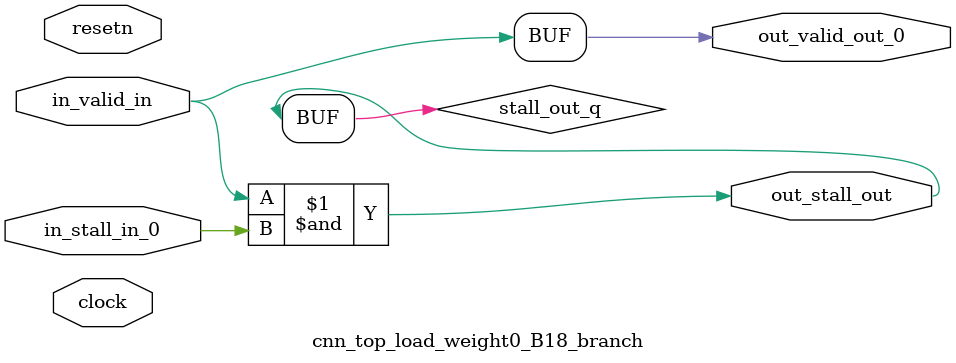
<source format=sv>



(* altera_attribute = "-name AUTO_SHIFT_REGISTER_RECOGNITION OFF; -name MESSAGE_DISABLE 10036; -name MESSAGE_DISABLE 10037; -name MESSAGE_DISABLE 14130; -name MESSAGE_DISABLE 14320; -name MESSAGE_DISABLE 15400; -name MESSAGE_DISABLE 14130; -name MESSAGE_DISABLE 10036; -name MESSAGE_DISABLE 12020; -name MESSAGE_DISABLE 12030; -name MESSAGE_DISABLE 12010; -name MESSAGE_DISABLE 12110; -name MESSAGE_DISABLE 14320; -name MESSAGE_DISABLE 13410; -name MESSAGE_DISABLE 113007; -name MESSAGE_DISABLE 10958" *)
module cnn_top_load_weight0_B18_branch (
    input wire [0:0] in_stall_in_0,
    input wire [0:0] in_valid_in,
    output wire [0:0] out_stall_out,
    output wire [0:0] out_valid_out_0,
    input wire clock,
    input wire resetn
    );

    wire [0:0] stall_out_q;


    // stall_out(LOGICAL,6)
    assign stall_out_q = in_valid_in & in_stall_in_0;

    // out_stall_out(GPOUT,4)
    assign out_stall_out = stall_out_q;

    // out_valid_out_0(GPOUT,5)
    assign out_valid_out_0 = in_valid_in;

endmodule

</source>
